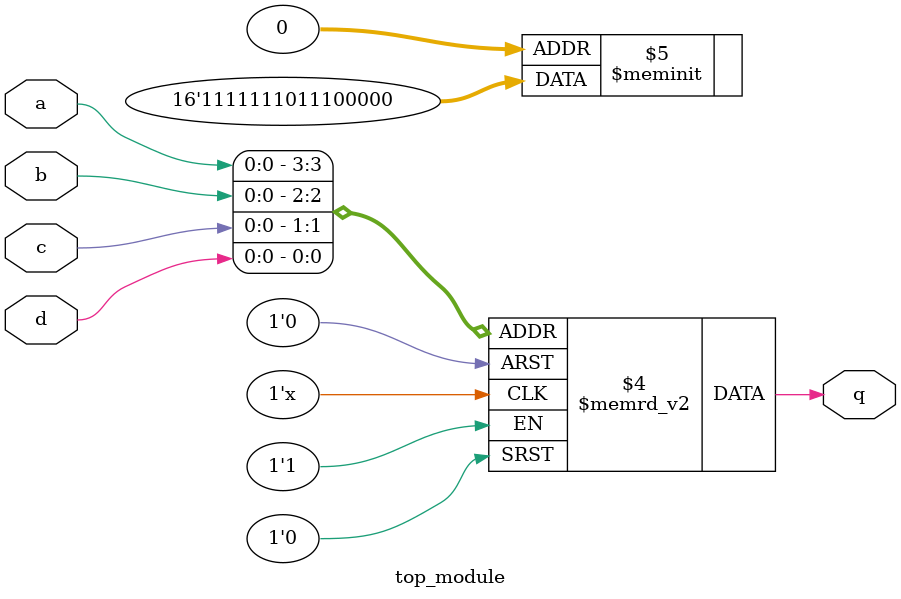
<source format=sv>
module top_module (
  input a, 
  input b, 
  input c, 
  input d,
  output reg q
);

  always @* begin
    case ({a, b, c, d})
      4'b0000 : q <= 1'b0;
      4'b0001 : q <= 1'b0;
      4'b0010 : q <= 1'b0;
      4'b0011 : q <= 1'b0;
      4'b0100 : q <= 1'b0;
      4'b0101 : q <= 1'b1;
      4'b0110 : q <= 1'b1;
      4'b0111 : q <= 1'b1;
      4'b1000 : q <= 1'b0;
      4'b1001 : q <= 1'b1;
      4'b1010 : q <= 1'b1;
      4'b1011 : q <= 1'b1;
      4'b1100 : q <= 1'b1; // Fixed the output value for this input combination
      4'b1101 : q <= 1'b1;
      4'b1110 : q <= 1'b1;
      4'b1111 : q <= 1'b1;
    endcase
  end

endmodule

</source>
